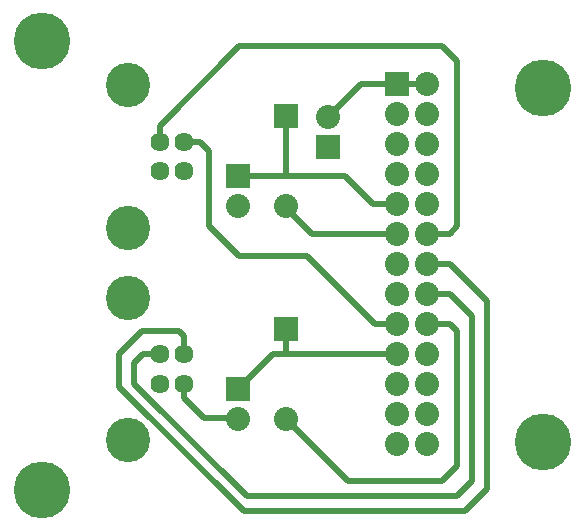
<source format=gtl>
G04 start of page 2 for group 3 layer_idx 0 *
G04 Title: (unknown), top_copper *
G04 Creator: pcb-rnd 3.1.0-dev *
G04 CreationDate: 2023-01-28 08:44:06 UTC *
G04 For: tonia *
G04 Format: Gerber/RS-274X *
G04 PCB-Dimensions: 236220 236220 *
G04 PCB-Coordinate-Origin: lower left *
%MOIN*%
%FSLAX25Y25*%
%LNTOP_COPPER_NONE_3*%
%ADD20C,0.0362*%
%ADD19C,0.0906*%
%ADD18C,0.0394*%
%ADD17C,0.1260*%
%ADD16C,0.0637*%
%ADD15C,0.1476*%
%ADD14C,0.0800*%
%ADD13C,0.0001*%
%ADD12C,0.1890*%
%ADD11C,0.0200*%
G54D11*X92913Y199331D02*Y179370D01*
X77165Y179331D02*X112835D01*
X51024Y196181D02*X77520Y222677D01*
X64291Y190866D02*X58898D01*
X67500Y187657D02*X64291Y190866D01*
X51024Y196181D02*Y190157D01*
X140000Y210157D02*X118008D01*
X122008Y170157D02*X112835Y179331D01*
X130039Y170197D02*X130000Y170157D01*
X67500Y162657D02*Y187657D01*
X118008Y210157D02*X107142Y199291D01*
X130000Y170157D02*X122008D01*
X129980Y160177D02*X101772D01*
X140000Y160157D02*X147559D01*
X129980Y160177D02*X130000Y160157D01*
X92697Y169252D02*X101772Y160177D01*
X77500Y152657D02*X100098D01*
X147598Y150157D02*X140000D01*
X77500Y152657D02*X67500Y162657D01*
X145079Y222677D02*X77520D01*
X150079Y217677D02*X145079Y222677D01*
X150079Y162677D02*Y217677D01*
X147559Y160157D02*X150079Y162677D01*
X92913Y128465D02*Y120512D01*
X88858Y120157D02*X77165Y108465D01*
X58898Y105315D02*Y110157D01*
Y120039D02*Y126260D01*
X37500Y120157D02*Y109157D01*
X42500Y110157D02*Y117224D01*
X45000Y127657D02*X37500Y120157D01*
X57500Y127657D02*X45000D01*
X42500Y117224D02*X45315Y120039D01*
X51024D01*
X65551Y98661D02*X58898Y105315D01*
X37500Y109157D02*X78980Y67677D01*
X42500Y110157D02*X79980Y72677D01*
X58898Y126260D02*X57500Y127657D01*
X58465Y110197D02*X58504Y110236D01*
X77165Y98661D02*X65551D01*
X130000Y120157D02*X88858D01*
X122598Y130157D02*X100098Y152657D01*
X130000Y130157D02*X122598D01*
X160079Y137677D02*X147598Y150157D01*
X160079Y75177D02*Y137677D01*
X155079Y132677D02*Y77677D01*
X147598Y140157D02*X155079Y132677D01*
X150079Y127677D02*X147598Y130157D01*
X150079Y82677D02*Y127677D01*
X140000Y140157D02*X147598D01*
Y130157D02*X140000D01*
X145079Y77677D02*X150079Y82677D01*
X92913Y98465D02*X113701Y77677D01*
X145079D02*X113701D01*
X152579Y67677D02*X78980D01*
X150079Y72677D02*X79980D01*
X152579Y67677D02*X160079Y75177D01*
X155079Y77677D02*X150079Y72677D01*
G54D12*X11811Y224409D03*
G54D13*G36*
X126000Y214157D02*X134000D01*
Y206157D01*
X126000D01*
Y214157D01*
G37*
G54D14*X130000Y200157D03*
G54D15*X40354Y209646D03*
G54D13*G36*
X96913Y203331D02*Y195331D01*
X88913D01*
Y203331D01*
X96913D01*
G37*
G54D14*X107087Y199291D03*
G54D12*X11811Y74803D03*
G54D16*X51024Y110197D03*
G54D15*X40354Y91417D03*
G54D14*X130000Y110157D03*
Y100157D03*
G54D16*X58898Y110197D03*
G54D14*X92913Y98465D03*
G54D13*G36*
X73165Y112465D02*X81165D01*
Y104465D01*
X73165D01*
Y112465D01*
G37*
G54D14*X77165Y98465D03*
X130000Y140157D03*
Y130157D03*
Y90157D03*
G54D16*X58898Y120039D03*
G54D13*G36*
X96913Y132465D02*Y124465D01*
X88913D01*
Y132465D01*
X96913D01*
G37*
G54D16*X51024Y120039D03*
G54D15*X40354Y138819D03*
Y162244D03*
G54D16*X58898Y190866D03*
X51024Y181024D03*
Y190866D03*
X58898Y181024D03*
G54D14*X92913Y169331D03*
G54D13*G36*
X73165Y183331D02*X81165D01*
Y175331D01*
X73165D01*
Y183331D01*
G37*
G54D14*X77165Y169331D03*
G54D13*G36*
X111087Y185291D02*X103087D01*
Y193291D01*
X111087D01*
Y185291D01*
G37*
G54D14*X130000Y170157D03*
Y160157D03*
Y120157D03*
Y190157D03*
Y180157D03*
Y150157D03*
X140000Y210157D03*
Y200157D03*
Y190157D03*
Y180157D03*
Y170157D03*
Y160157D03*
Y150157D03*
Y140157D03*
Y130157D03*
Y120157D03*
Y110157D03*
Y100157D03*
Y90157D03*
G54D12*X178740Y208858D03*
Y90748D03*
G54D17*G54D18*G54D19*G54D18*G54D17*G54D20*G54D19*G54D18*G54D20*G54D18*G54D20*G54D18*G54D20*G54D19*G54D20*G54D18*G54D17*M02*

</source>
